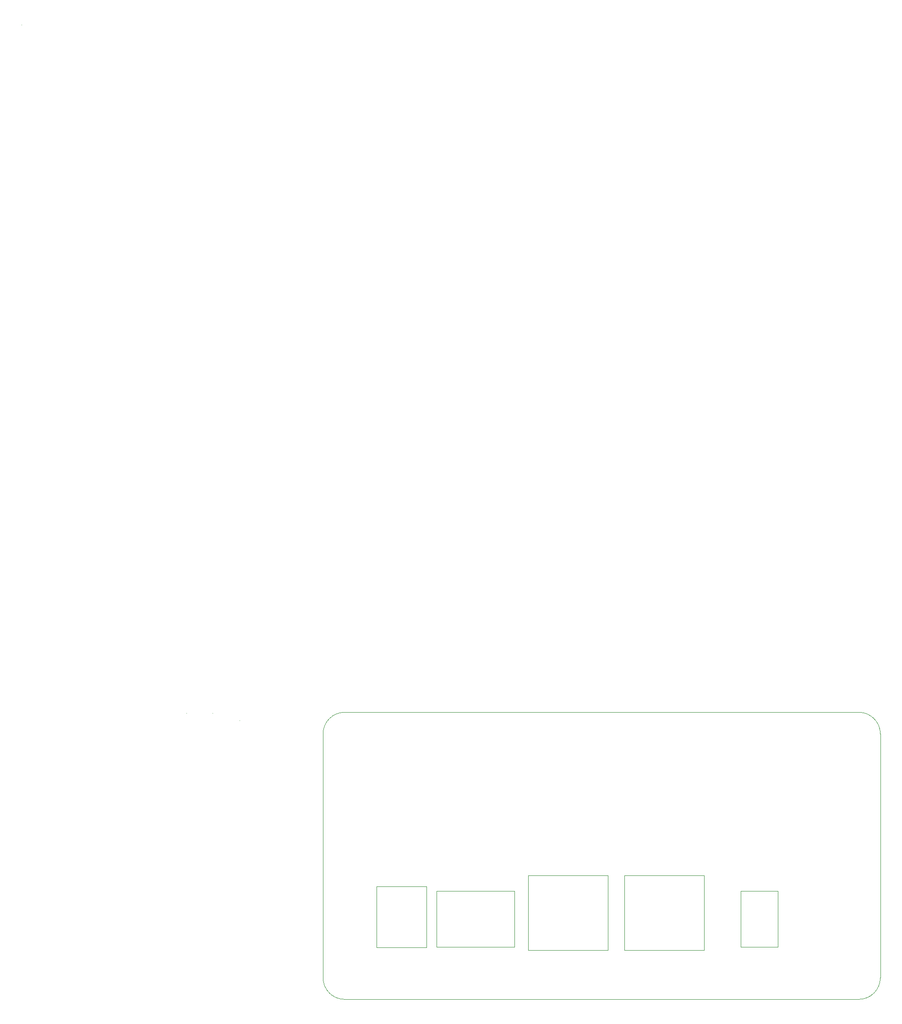
<source format=gbr>
G04 #@! TF.FileFunction,Profile,NP*
%FSLAX46Y46*%
G04 Gerber Fmt 4.6, Leading zero omitted, Abs format (unit mm)*
G04 Created by KiCad (PCBNEW 4.0.4+e1-6308~48~ubuntu15.10.1-stable) date Wed Nov  1 16:06:56 2017*
%MOMM*%
%LPD*%
G01*
G04 APERTURE LIST*
%ADD10C,0.100000*%
G04 APERTURE END LIST*
D10*
X70947522Y-95748040D02*
X70947522Y-106048040D01*
X56487522Y-95748040D02*
X70947522Y-95748040D01*
X56487522Y-106048040D02*
X56487522Y-95748040D01*
X70947522Y-106048040D02*
X56487522Y-106048040D01*
X119562522Y-95748040D02*
X119562522Y-106048040D01*
X112712522Y-95748040D02*
X119562522Y-95748040D01*
X112712522Y-106048040D02*
X112712522Y-95748040D01*
X119562522Y-106048040D02*
X112712522Y-106048040D01*
X138535722Y-108448040D02*
X138535722Y-106848040D01*
X105925522Y-106648040D02*
X91225522Y-106648040D01*
X105925522Y-92848040D02*
X105925522Y-106648040D01*
X91225522Y-92848040D02*
X105925522Y-92848040D01*
X91225522Y-106648040D02*
X91225522Y-92848040D01*
X91725522Y-106648040D02*
X91225522Y-106648040D01*
X88175522Y-106648040D02*
X73475522Y-106648040D01*
X88175522Y-92848040D02*
X88175522Y-106648040D01*
X73475522Y-92848040D02*
X88175522Y-92848040D01*
X73475522Y-106648040D02*
X73475522Y-92848040D01*
X73975522Y-106648040D02*
X73475522Y-106648040D01*
X54417522Y-94848040D02*
X54614822Y-94848040D01*
X54614822Y-94848040D02*
X54617522Y-95048040D01*
X54614822Y-106148040D02*
X54617522Y-105948040D01*
X54417522Y-106148040D02*
X54614822Y-106148040D01*
X45617522Y-94848040D02*
X45420222Y-94848040D01*
X45420222Y-94848040D02*
X45417522Y-95048040D01*
X45420222Y-106148040D02*
X45417522Y-105948040D01*
X45617522Y-106148040D02*
X45420222Y-106148040D01*
X54617522Y-105948040D02*
X54617522Y-95048040D01*
X45617522Y-106148040D02*
X54417522Y-106148040D01*
X45617522Y-94848040D02*
X54417522Y-94848040D01*
X45417522Y-95048040D02*
X45417522Y-105948040D01*
X138535722Y-66728040D02*
X138535722Y-111748040D01*
X35535722Y-111748040D02*
X35535722Y-66728040D01*
X35535722Y-66728040D02*
G75*
G02X39525722Y-62738040I3990000J0D01*
G01*
X39525722Y-115738040D02*
G75*
G02X35535722Y-111748040I0J3990000D01*
G01*
X134545722Y-115738040D02*
X39525722Y-115738040D01*
X138535722Y-111748040D02*
G75*
G02X134545722Y-115738040I-3990000J0D01*
G01*
X134545722Y-62738040D02*
G75*
G02X138535722Y-66728040I0J-3990000D01*
G01*
X39525722Y-62738040D02*
X134545722Y-62738040D01*
X15145404Y-62850000D02*
X15145404Y-62850000D01*
X-20150000Y64200000D02*
X-20150000Y64200000D01*
X20150000Y-64200000D02*
X20150000Y-64200000D01*
X10254596Y-62850000D02*
X10254596Y-62850000D01*
M02*

</source>
